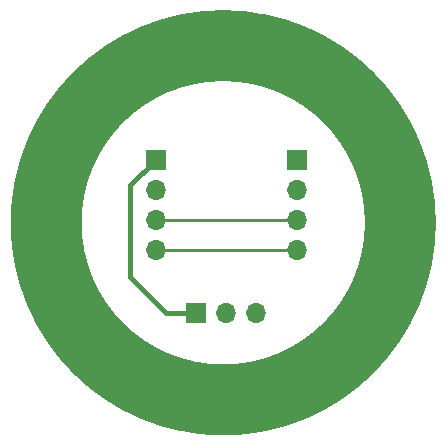
<source format=gbr>
%TF.GenerationSoftware,KiCad,Pcbnew,7.0.8*%
%TF.CreationDate,2024-09-29T17:06:50-05:00*%
%TF.ProjectId,CapacitiveLedFadeTiny,43617061-6369-4746-9976-654c65644661,rev?*%
%TF.SameCoordinates,Original*%
%TF.FileFunction,Copper,L2,Bot*%
%TF.FilePolarity,Positive*%
%FSLAX46Y46*%
G04 Gerber Fmt 4.6, Leading zero omitted, Abs format (unit mm)*
G04 Created by KiCad (PCBNEW 7.0.8) date 2024-09-29 17:06:50*
%MOMM*%
%LPD*%
G01*
G04 APERTURE LIST*
%TA.AperFunction,EtchedComponent*%
%ADD10C,6.000000*%
%TD*%
%TA.AperFunction,ComponentPad*%
%ADD11R,1.700000X1.700000*%
%TD*%
%TA.AperFunction,ComponentPad*%
%ADD12O,1.700000X1.700000*%
%TD*%
%TA.AperFunction,ViaPad*%
%ADD13C,0.800000*%
%TD*%
%TA.AperFunction,Conductor*%
%ADD14C,0.381000*%
%TD*%
%TA.AperFunction,Conductor*%
%ADD15C,0.250000*%
%TD*%
G04 APERTURE END LIST*
D10*
%TO.C,J4*%
X144032000Y-96520000D02*
G75*
G03*
X144032000Y-96520000I-15000000J0D01*
G01*
%TD*%
D11*
%TO.P,J3,1,Pin_1*%
%TO.N,VCC*%
X126746000Y-104140000D03*
D12*
%TO.P,J3,2,Pin_2*%
%TO.N,Net-(J3-Pin_2)*%
X129286000Y-104140000D03*
%TO.P,J3,3,Pin_3*%
%TO.N,GND*%
X131826000Y-104140000D03*
%TD*%
D11*
%TO.P,J ,1,Pin_1*%
%TO.N,VCC*%
X135255000Y-91186000D03*
D12*
%TO.P,J ,2,Pin_2*%
%TO.N,GND*%
X135255000Y-93726000D03*
%TO.P,J ,3,Pin_3*%
%TO.N,/SDA*%
X135255000Y-96266000D03*
%TO.P,J ,4,Pin_4*%
%TO.N,/SCLK*%
X135255000Y-98806000D03*
%TD*%
D11*
%TO.P,J ,1,Pin_1*%
%TO.N,VCC*%
X123317000Y-91186000D03*
D12*
%TO.P,J ,2,Pin_2*%
%TO.N,GND*%
X123317000Y-93726000D03*
%TO.P,J ,3,Pin_3*%
%TO.N,/SDA*%
X123317000Y-96266000D03*
%TO.P,J ,4,Pin_4*%
%TO.N,/SCLK*%
X123317000Y-98806000D03*
%TD*%
D13*
%TO.N,Net-(J4-Pin_1)*%
X117094000Y-100838000D03*
%TD*%
D14*
%TO.N,VCC*%
X124206000Y-104140000D02*
X126746000Y-104140000D01*
X121158000Y-93345000D02*
X121158000Y-101092000D01*
X121158000Y-101092000D02*
X124206000Y-104140000D01*
X123317000Y-91186000D02*
X121158000Y-93345000D01*
D15*
%TO.N,/SCLK*%
X123317000Y-98806000D02*
X135255000Y-98806000D01*
%TO.N,/SDA*%
X123317000Y-96266000D02*
X135255000Y-96266000D01*
%TD*%
M02*

</source>
